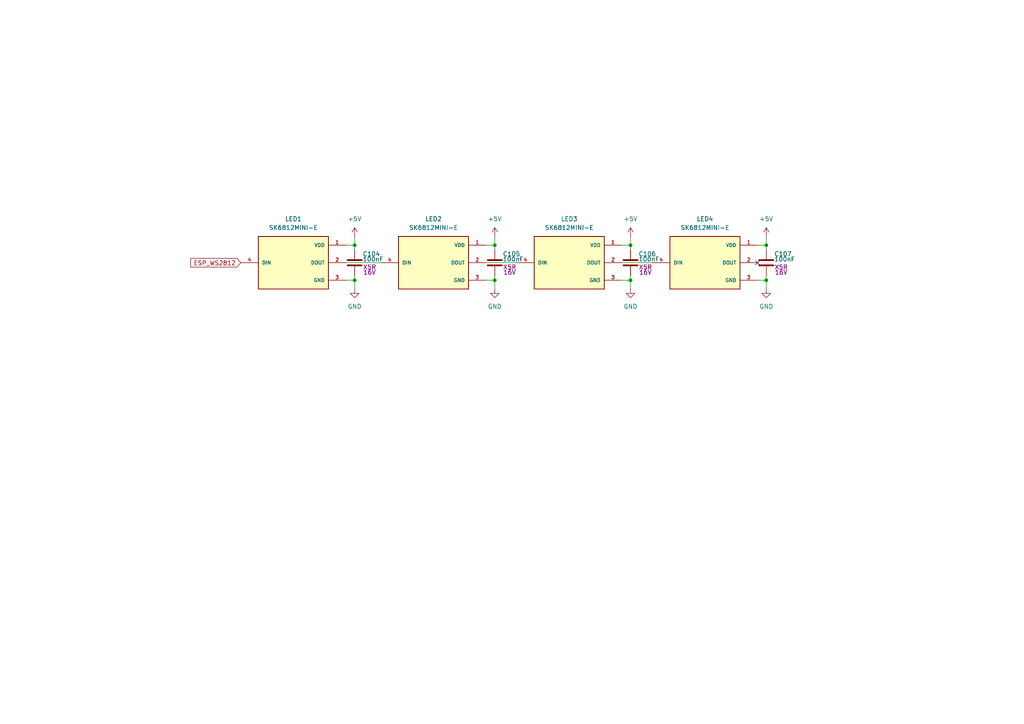
<source format=kicad_sch>
(kicad_sch (version 20250114) (generator "eeschema") (generator_version "9.0")
  (paper "A4")
  (title_block (title "Home mini drop in PCB replacement") (rev "v1") (company "by iMike78 (inpired by Onju voice and HA VPE)"))
  (lib_symbols
    (symbol "Device:C" (pin_numbers (hide yes)) (pin_names (offset 0.254))
      (property "Reference" "C" (at 0.635 2.54 0))
      (property "Value" "C" (at 0.635 -2.54 0))
      (symbol "C_0_1"
        (polyline (pts (xy -2.032 0.762) (xy 2.032 0.762)) (stroke (width 0.508)))
        (polyline (pts (xy -2.032 -0.762) (xy 2.032 -0.762)) (stroke (width 0.508)))
      )
      (symbol "C_1_1"
        (pin passive line (at 0 3.81 270) (length 2.794) (name "~") (number "1"))
        (pin passive line (at 0 -3.81 90) (length 2.794) (name "~") (number "2"))
      )
    )
    (symbol "New_Library:SK6812-E" (pin_names (offset 1.016))
      (property "Reference" "D" (at -10.16 8.89 0))
      (property "Value" "SK6812-E" (at -10.16 -10.16 0))
      (symbol "SK6812-E_0_0"
        (rectangle (start -10.16 -7.62) (end 10.16 7.62) (stroke (width 0.254)) (fill (type background)))
        (pin input line (at -15.24 0 0) (length 5.08) (name "DIN") (number "4"))
        (pin power_in line (at 15.24 5.08 180) (length 5.08) (name "VDD") (number "1"))
        (pin output line (at 15.24 0 180) (length 5.08) (name "DOUT") (number "2"))
        (pin power_in line (at 15.24 -5.08 180) (length 5.08) (name "GND") (number "3"))
      )
    )
    (symbol "power:+5V" (power) (pin_numbers (hide yes)) (pin_names (offset 0) (hide yes))
      (property "Value" "+5V" (at 0 3.556 0))
      (symbol "+5V_0_1"
        (polyline (pts (xy -0.762 1.27) (xy 0 2.54)))
        (polyline (pts (xy 0 2.54) (xy 0.762 1.27)))
        (polyline (pts (xy 0 0) (xy 0 2.54)))
      )
      (symbol "+5V_1_1"
        (pin power_in line (at 0 0 90) (length 0) (name "~") (number "1"))
      )
    )
    (symbol "power:GND" (power) (pin_numbers (hide yes)) (pin_names (offset 0) (hide yes))
      (property "Value" "GND" (at 0 -3.81 0))
      (symbol "GND_0_1"
        (polyline (pts (xy 0 0) (xy 0 -1.27) (xy 1.27 -1.27) (xy 0 -2.54) (xy -1.27 -1.27) (xy 0 -1.27)))
      )
      (symbol "GND_1_1"
        (pin power_in line (at 0 0 270) (length 0) (name "~") (number "1"))
      )
    )
  )
  (junction (at 222.25 71.12))
  (junction (at 182.88 71.12))
  (junction (at 143.51 81.28))
  (junction (at 102.87 81.28))
  (junction (at 102.87 71.12))
  (junction (at 222.25 81.28))
  (junction (at 182.88 81.28))
  (junction (at 143.51 71.12))
  (no_connect (at 219.71 76.2))
  (wire (pts (xy 102.87 71.12) (xy 100.33 71.12)))
  (wire (pts (xy 102.87 71.12) (xy 102.87 68.58)))
  (wire (pts (xy 180.34 81.28) (xy 182.88 81.28)))
  (wire (pts (xy 219.71 81.28) (xy 222.25 81.28)))
  (wire (pts (xy 143.51 71.12) (xy 143.51 68.58)))
  (wire (pts (xy 140.97 76.2) (xy 149.86 76.2)))
  (wire (pts (xy 102.87 81.28) (xy 102.87 83.82)))
  (wire (pts (xy 182.88 80.01) (xy 182.88 81.28)))
  (wire (pts (xy 182.88 71.12) (xy 182.88 72.39)))
  (wire (pts (xy 222.25 80.01) (xy 222.25 81.28)))
  (wire (pts (xy 180.34 76.2) (xy 189.23 76.2)))
  (wire (pts (xy 182.88 81.28) (xy 182.88 83.82)))
  (wire (pts (xy 143.51 80.01) (xy 143.51 81.28)))
  (wire (pts (xy 100.33 76.2) (xy 110.49 76.2)))
  (wire (pts (xy 143.51 71.12) (xy 143.51 72.39)))
  (wire (pts (xy 219.71 71.12) (xy 222.25 71.12)))
  (wire (pts (xy 100.33 81.28) (xy 102.87 81.28)))
  (wire (pts (xy 140.97 81.28) (xy 143.51 81.28)))
  (wire (pts (xy 222.25 71.12) (xy 222.25 68.58)))
  (wire (pts (xy 222.25 81.28) (xy 222.25 83.82)))
  (wire (pts (xy 222.25 71.12) (xy 222.25 72.39)))
  (wire (pts (xy 140.97 71.12) (xy 143.51 71.12)))
  (wire (pts (xy 102.87 71.12) (xy 102.87 72.39)))
  (wire (pts (xy 182.88 71.12) (xy 182.88 68.58)))
  (wire (pts (xy 143.51 81.28) (xy 143.51 83.82)))
  (wire (pts (xy 180.34 71.12) (xy 182.88 71.12)))
  (wire (pts (xy 102.87 80.01) (xy 102.87 81.28)))
  (global_label "ESP_WS2812" (shape input) (at 69.85 76.2 180) (property "Intersheetrefs" "${INTERSHEET_REFS}" (effects (hide yes))))
  (symbol (lib_id "power:+5V") (at 182.88 68.58 0) (unit 1)
    (property "Reference" "#PWR0201" (effects (hide yes)))
    (property "Value" "+5V" (at 182.88 63.5 0))
    (property "Description" "Power symbol creates a global label with name \"+5V\"" (effects (hide yes)))
  )
  (symbol (lib_id "Device:C") (at 102.87 76.2 0) (unit 1)
    (property "Reference" "C104" (at 105.156 73.66 0) (effects (justify left)))
    (property "Value" "100nF" (at 105.156 75.184 0) (effects (justify left)))
    (property "Footprint" "Capacitor_SMD:C_0402_1005Metric" (effects (hide yes)))
    (property "Description" "Unpolarized capacitor" (effects (hide yes)))
    (property "Dielectric" "X5R" (at 107.188 77.47 0))
    (property "Voltage" "16V" (at 107.188 78.994 0))
    (property "Function" "LED" (effects (hide yes)))
    (property "LCSC Part #" "C1525" (effects (hide yes)))
    (property "Manufacturer" "Samsung Electro-Mechanics" (effects (hide yes)))
    (property "Manufacturer Part" "CL05B104KO5NNNC" (effects (hide yes)))
    (property "MPN" "CL05B104KO5NNNC" (effects (hide yes)))
  )
  (symbol (lib_id "power:+5V") (at 143.51 68.58 0) (unit 1)
    (property "Reference" "#PWR0199" (effects (hide yes)))
    (property "Value" "+5V" (at 143.51 63.5 0))
    (property "Description" "Power symbol creates a global label with name \"+5V\"" (effects (hide yes)))
  )
  (symbol (lib_id "New_Library:SK6812-E") (at 85.09 76.2 0) (unit 1)
    (property "Reference" "LED1" (at 85.09 63.5 0))
    (property "Value" "SK6812MINI-E" (at 85.09 66.04 0))
    (property "Footprint" "Onju:SK6812MINI-E" (effects (hide yes)))
    (property "MF" "DONGGUANG OPSCO OPTOELECTRONICS CO., LTD" (effects (hide yes)))
    (property "MAXIMUM_PACKAGE_HEIGHT" "0.84mm" (effects (hide yes)))
    (property "Package" "Package" (effects (hide yes)))
    (property "Price" "None" (effects (hide yes)))
    (property "Check_prices" "https://www.snapeda.com/parts/SK6812-E/DONGGUANG+OPSCO+OPTOELECTRONICS+CO.%252C+LTD/view-part/?ref=eda" (effects (hide yes)))
    (property "STANDARD" "Manufacturer recommendations" (effects (hide yes)))
    (property "PARTREV" "2" (effects (hide yes)))
    (property "SnapEDA_Link" "https://www.snapeda.com/parts/SK6812-E/DONGGUANG+OPSCO+OPTOELECTRONICS+CO.%252C+LTD/view-part/?ref=snap" (effects (hide yes)))
    (property "MP" "SK6812-E" (effects (hide yes)))
    (property "Description_1" "SK6812MINI-E is a smart LED control circuit and light emitting circuit in one controlled LED source, which has the shape of a 3528  LED chip." (effects (hide yes)))
    (property "Availability" "Not in stock" (effects (hide yes)))
    (property "MANUFACTURER" "DONGGUANG OPSCO" (effects (hide yes)))
    (property "Function" "LED" (effects (hide yes)))
    (property "LCSC Part #" "C5149201" (effects (hide yes)))
    (property "Manufacturer" "OPSCO Optoelectronics" (effects (hide yes)))
    (property "Manufacturer Part" "SK6812MINI-E" (effects (hide yes)))
    (property "MPN" "SK6812MINI-E" (effects (hide yes)))
  )
  (symbol (lib_id "power:GND") (at 222.25 83.82 0) (unit 1)
    (property "Reference" "#PWR0204" (effects (hide yes)))
    (property "Value" "GND" (at 222.25 88.9 0))
    (property "Description" "Power symbol creates a global label with name \"GND\" , ground" (effects (hide yes)))
  )
  (symbol (lib_id "New_Library:SK6812-E") (at 125.73 76.2 0) (unit 1)
    (property "Reference" "LED2" (at 125.73 63.5 0))
    (property "Value" "SK6812MINI-E" (at 125.73 66.04 0))
    (property "Footprint" "Onju:SK6812MINI-E" (effects (hide yes)))
    (property "MF" "DONGGUANG OPSCO OPTOELECTRONICS CO., LTD" (effects (hide yes)))
    (property "MAXIMUM_PACKAGE_HEIGHT" "0.84mm" (effects (hide yes)))
    (property "Package" "Package" (effects (hide yes)))
    (property "Price" "None" (effects (hide yes)))
    (property "Check_prices" "https://www.snapeda.com/parts/SK6812-E/DONGGUANG+OPSCO+OPTOELECTRONICS+CO.%252C+LTD/view-part/?ref=eda" (effects (hide yes)))
    (property "STANDARD" "Manufacturer recommendations" (effects (hide yes)))
    (property "PARTREV" "2" (effects (hide yes)))
    (property "SnapEDA_Link" "https://www.snapeda.com/parts/SK6812-E/DONGGUANG+OPSCO+OPTOELECTRONICS+CO.%252C+LTD/view-part/?ref=snap" (effects (hide yes)))
    (property "MP" "SK6812-E" (effects (hide yes)))
    (property "Description_1" "SK6812MINI-E is a smart LED control circuit and light emitting circuit in one controlled LED source, which has the shape of a 3528  LED chip." (effects (hide yes)))
    (property "Availability" "Not in stock" (effects (hide yes)))
    (property "MANUFACTURER" "DONGGUANG OPSCO" (effects (hide yes)))
    (property "Function" "LED" (effects (hide yes)))
    (property "LCSC Part #" "C5149201" (effects (hide yes)))
    (property "Manufacturer" "OPSCO Optoelectronics" (effects (hide yes)))
    (property "Manufacturer Part" "SK6812MINI-E" (effects (hide yes)))
    (property "MPN" "SK6812MINI-E" (effects (hide yes)))
  )
  (symbol (lib_id "New_Library:SK6812-E") (at 165.1 76.2 0) (unit 1)
    (property "Reference" "LED3" (at 165.1 63.5 0))
    (property "Value" "SK6812MINI-E" (at 165.1 66.04 0))
    (property "Footprint" "Onju:SK6812MINI-E" (effects (hide yes)))
    (property "MF" "DONGGUANG OPSCO OPTOELECTRONICS CO., LTD" (effects (hide yes)))
    (property "MAXIMUM_PACKAGE_HEIGHT" "0.84mm" (effects (hide yes)))
    (property "Package" "Package" (effects (hide yes)))
    (property "Price" "None" (effects (hide yes)))
    (property "Check_prices" "https://www.snapeda.com/parts/SK6812-E/DONGGUANG+OPSCO+OPTOELECTRONICS+CO.%252C+LTD/view-part/?ref=eda" (effects (hide yes)))
    (property "STANDARD" "Manufacturer recommendations" (effects (hide yes)))
    (property "PARTREV" "2" (effects (hide yes)))
    (property "SnapEDA_Link" "https://www.snapeda.com/parts/SK6812-E/DONGGUANG+OPSCO+OPTOELECTRONICS+CO.%252C+LTD/view-part/?ref=snap" (effects (hide yes)))
    (property "MP" "SK6812-E" (effects (hide yes)))
    (property "Description_1" "SK6812MINI-E is a smart LED control circuit and light emitting circuit in one controlled LED source, which has the shape of a 3528  LED chip." (effects (hide yes)))
    (property "Availability" "Not in stock" (effects (hide yes)))
    (property "MANUFACTURER" "DONGGUANG OPSCO" (effects (hide yes)))
    (property "Function" "LED" (effects (hide yes)))
    (property "LCSC Part #" "C5149201" (effects (hide yes)))
    (property "Manufacturer" "OPSCO Optoelectronics" (effects (hide yes)))
    (property "Manufacturer Part" "SK6812MINI-E" (effects (hide yes)))
    (property "MPN" "SK6812MINI-E" (effects (hide yes)))
  )
  (symbol (lib_id "Device:C") (at 222.25 76.2 0) (unit 1)
    (property "Reference" "C107" (at 224.536 73.66 0) (effects (justify left)))
    (property "Value" "100nF" (at 224.536 75.184 0) (effects (justify left)))
    (property "Footprint" "Capacitor_SMD:C_0402_1005Metric" (effects (hide yes)))
    (property "Description" "Unpolarized capacitor" (effects (hide yes)))
    (property "Dielectric" "X5R" (at 226.568 77.47 0))
    (property "Voltage" "16V" (at 226.568 78.994 0))
    (property "Function" "LED" (effects (hide yes)))
    (property "LCSC Part #" "C1525" (effects (hide yes)))
    (property "Manufacturer" "Samsung Electro-Mechanics" (effects (hide yes)))
    (property "Manufacturer Part" "CL05B104KO5NNNC" (effects (hide yes)))
    (property "MPN" "CL05B104KO5NNNC" (effects (hide yes)))
  )
  (symbol (lib_id "power:GND") (at 102.87 83.82 0) (unit 1)
    (property "Reference" "#PWR0198" (effects (hide yes)))
    (property "Value" "GND" (at 102.87 88.9 0))
    (property "Description" "Power symbol creates a global label with name \"GND\" , ground" (effects (hide yes)))
  )
  (symbol (lib_id "New_Library:SK6812-E") (at 204.47 76.2 0) (unit 1)
    (property "Reference" "LED4" (at 204.47 63.5 0))
    (property "Value" "SK6812MINI-E" (at 204.47 66.04 0))
    (property "Footprint" "Onju:SK6812MINI-E" (effects (hide yes)))
    (property "MF" "DONGGUANG OPSCO OPTOELECTRONICS CO., LTD" (effects (hide yes)))
    (property "MAXIMUM_PACKAGE_HEIGHT" "0.84mm" (effects (hide yes)))
    (property "Package" "Package" (effects (hide yes)))
    (property "Price" "None" (effects (hide yes)))
    (property "Check_prices" "https://www.snapeda.com/parts/SK6812-E/DONGGUANG+OPSCO+OPTOELECTRONICS+CO.%252C+LTD/view-part/?ref=eda" (effects (hide yes)))
    (property "STANDARD" "Manufacturer recommendations" (effects (hide yes)))
    (property "PARTREV" "2" (effects (hide yes)))
    (property "SnapEDA_Link" "https://www.snapeda.com/parts/SK6812-E/DONGGUANG+OPSCO+OPTOELECTRONICS+CO.%252C+LTD/view-part/?ref=snap" (effects (hide yes)))
    (property "MP" "SK6812-E" (effects (hide yes)))
    (property "Description_1" "SK6812MINI-E is a smart LED control circuit and light emitting circuit in one controlled LED source, which has the shape of a 3528  LED chip." (effects (hide yes)))
    (property "Availability" "Not in stock" (effects (hide yes)))
    (property "MANUFACTURER" "DONGGUANG OPSCO" (effects (hide yes)))
    (property "Function" "LED" (effects (hide yes)))
    (property "LCSC Part #" "C5149201" (effects (hide yes)))
    (property "Manufacturer" "OPSCO Optoelectronics" (effects (hide yes)))
    (property "Manufacturer Part" "SK6812MINI-E" (effects (hide yes)))
    (property "MPN" "SK6812MINI-E" (effects (hide yes)))
  )
  (symbol (lib_id "power:GND") (at 143.51 83.82 0) (unit 1)
    (property "Reference" "#PWR0200" (effects (hide yes)))
    (property "Value" "GND" (at 143.51 88.9 0))
    (property "Description" "Power symbol creates a global label with name \"GND\" , ground" (effects (hide yes)))
  )
  (symbol (lib_id "Device:C") (at 143.51 76.2 0) (unit 1)
    (property "Reference" "C105" (at 145.796 73.66 0) (effects (justify left)))
    (property "Value" "100nF" (at 145.796 75.184 0) (effects (justify left)))
    (property "Footprint" "Capacitor_SMD:C_0402_1005Metric" (effects (hide yes)))
    (property "Description" "Unpolarized capacitor" (effects (hide yes)))
    (property "Dielectric" "X5R" (at 147.828 77.47 0))
    (property "Voltage" "16V" (at 147.828 78.994 0))
    (property "Function" "LED" (effects (hide yes)))
    (property "LCSC Part #" "C1525" (effects (hide yes)))
    (property "Manufacturer" "Samsung Electro-Mechanics" (effects (hide yes)))
    (property "Manufacturer Part" "CL05B104KO5NNNC" (effects (hide yes)))
    (property "MPN" "CL05B104KO5NNNC" (effects (hide yes)))
  )
  (symbol (lib_id "power:+5V") (at 102.87 68.58 0) (unit 1)
    (property "Reference" "#PWR0197" (effects (hide yes)))
    (property "Value" "+5V" (at 102.87 63.5 0))
    (property "Description" "Power symbol creates a global label with name \"+5V\"" (effects (hide yes)))
  )
  (symbol (lib_id "power:+5V") (at 222.25 68.58 0) (unit 1)
    (property "Reference" "#PWR0203" (effects (hide yes)))
    (property "Value" "+5V" (at 222.25 63.5 0))
    (property "Description" "Power symbol creates a global label with name \"+5V\"" (effects (hide yes)))
  )
  (symbol (lib_id "Device:C") (at 182.88 76.2 0) (unit 1)
    (property "Reference" "C106" (at 185.166 73.66 0) (effects (justify left)))
    (property "Value" "100nF" (at 185.166 75.184 0) (effects (justify left)))
    (property "Footprint" "Capacitor_SMD:C_0402_1005Metric" (effects (hide yes)))
    (property "Description" "Unpolarized capacitor" (effects (hide yes)))
    (property "Dielectric" "X5R" (at 187.198 77.47 0))
    (property "Voltage" "16V" (at 187.198 78.994 0))
    (property "Function" "LED" (effects (hide yes)))
    (property "LCSC Part #" "C1525" (effects (hide yes)))
    (property "Manufacturer" "Samsung Electro-Mechanics" (effects (hide yes)))
    (property "Manufacturer Part" "CL05B104KO5NNNC" (effects (hide yes)))
    (property "MPN" "CL05B104KO5NNNC" (effects (hide yes)))
  )
  (symbol (lib_id "power:GND") (at 182.88 83.82 0) (unit 1)
    (property "Reference" "#PWR0202" (effects (hide yes)))
    (property "Value" "GND" (at 182.88 88.9 0))
    (property "Description" "Power symbol creates a global label with name \"GND\" , ground" (effects (hide yes)))
  )
)
</source>
